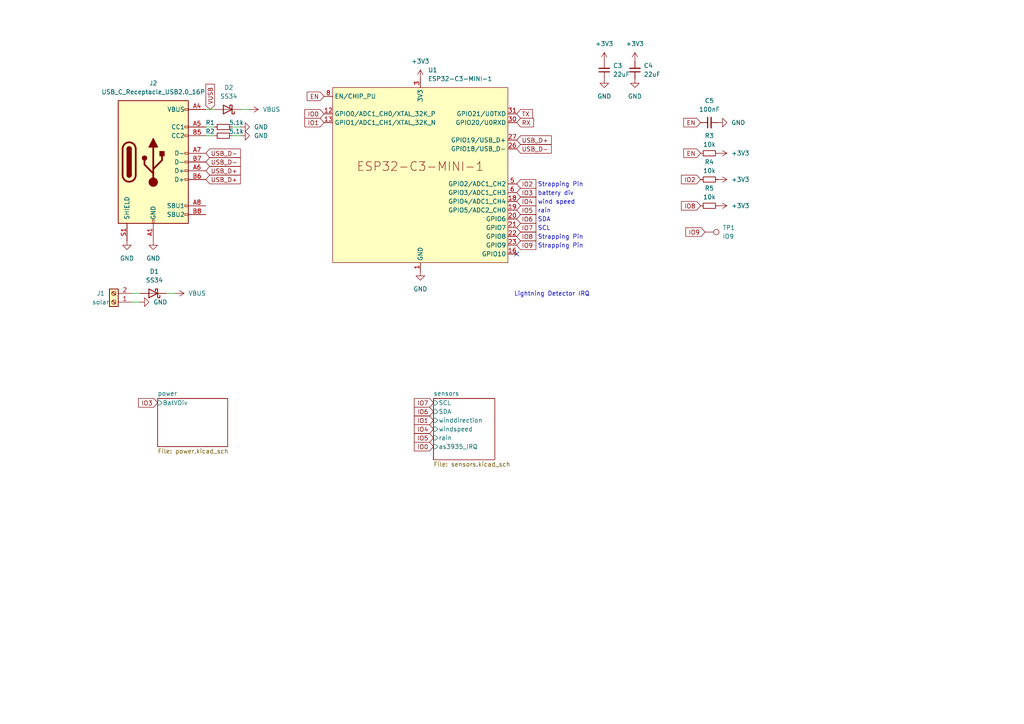
<source format=kicad_sch>
(kicad_sch (version 20231120) (generator "eeschema") (generator_version "8.0")
  (paper "A4")
  (lib_symbols
    (symbol "Connector:Screw_Terminal_01x02" (pin_names (offset 1.016) hide)
      (property "Reference" "J" (at 0 2.54 0))
      (property "Value" "Screw_Terminal_01x02" (at 0 -5.08 0))
      (symbol "Screw_Terminal_01x02_1_1"
        (rectangle (start -1.27 1.27) (end 1.27 -3.81) (stroke (width 0.254)) (fill (type background)))
        (circle (center 0 -2.54) (radius 0.635) (stroke (width 0.1524)))
        (polyline (pts (xy -0.5334 -2.2098) (xy 0.3302 -3.048)) (stroke (width 0.1524)))
        (polyline (pts (xy -0.5334 0.3302) (xy 0.3302 -0.508)) (stroke (width 0.1524)))
        (polyline (pts (xy -0.3556 -2.032) (xy 0.508 -2.8702)) (stroke (width 0.1524)))
        (polyline (pts (xy -0.3556 0.508) (xy 0.508 -0.3302)) (stroke (width 0.1524)))
        (circle (center 0 0) (radius 0.635) (stroke (width 0.1524)))
        (pin passive line (at -5.08 0 0) (length 3.81) (name "Pin_1") (number "1"))
        (pin passive line (at -5.08 -2.54 0) (length 3.81) (name "Pin_2") (number "2"))
      )
    )
    (symbol "Connector:TestPoint" (pin_numbers hide) (pin_names (offset 0.762) hide)
      (property "Reference" "TP" (at 0 6.858 0))
      (property "Value" "TestPoint" (at 0 5.08 0))
      (symbol "TestPoint_0_1"
        (circle (center 0 3.302) (radius 0.762))
      )
      (symbol "TestPoint_1_1"
        (pin passive line (at 0 0 90) (length 2.54) (name "1") (number "1"))
      )
    )
    (symbol "Connector:USB_C_Receptacle_USB2.0_16P" (pin_names (offset 1.016))
      (property "Reference" "J" (at 0 22.225 0))
      (property "Value" "USB_C_Receptacle_USB2.0_16P" (at 0 19.685 0))
      (symbol "USB_C_Receptacle_USB2.0_16P_0_0"
        (rectangle (start -0.254 -17.78) (end 0.254 -16.764))
        (rectangle (start 10.16 -14.986) (end 9.144 -15.494))
        (rectangle (start 10.16 -12.446) (end 9.144 -12.954))
        (rectangle (start 10.16 -4.826) (end 9.144 -5.334))
        (rectangle (start 10.16 -2.286) (end 9.144 -2.794))
        (rectangle (start 10.16 0.254) (end 9.144 -0.254))
        (rectangle (start 10.16 2.794) (end 9.144 2.286))
        (rectangle (start 10.16 7.874) (end 9.144 7.366))
        (rectangle (start 10.16 10.414) (end 9.144 9.906))
        (rectangle (start 10.16 15.494) (end 9.144 14.986))
      )
      (symbol "USB_C_Receptacle_USB2.0_16P_0_1"
        (rectangle (start -10.16 17.78) (end 10.16 -17.78) (stroke (width 0.254)) (fill (type background)))
        (arc (start -8.89 -3.81) (mid -6.985 -5.7067) (end -5.08 -3.81) (stroke (width 0.508)))
        (arc (start -7.62 -3.81) (mid -6.985 -4.4423) (end -6.35 -3.81) (stroke (width 0.254)))
        (arc (start -7.62 -3.81) (mid -6.985 -4.4423) (end -6.35 -3.81) (stroke (width 0.254)) (fill (type outline)))
        (rectangle (start -7.62 -3.81) (end -6.35 3.81) (stroke (width 0.254)) (fill (type outline)))
        (arc (start -6.35 3.81) (mid -6.985 4.4423) (end -7.62 3.81) (stroke (width 0.254)))
        (arc (start -6.35 3.81) (mid -6.985 4.4423) (end -7.62 3.81) (stroke (width 0.254)) (fill (type outline)))
        (arc (start -5.08 3.81) (mid -6.985 5.7067) (end -8.89 3.81) (stroke (width 0.508)))
        (circle (center -2.54 1.143) (radius 0.635) (stroke (width 0.254)) (fill (type outline)))
        (circle (center 0 -5.842) (radius 1.27) (fill (type outline)))
        (polyline (pts (xy -8.89 -3.81) (xy -8.89 3.81)) (stroke (width 0.508)))
        (polyline (pts (xy -5.08 3.81) (xy -5.08 -3.81)) (stroke (width 0.508)))
        (polyline (pts (xy 0 -5.842) (xy 0 4.318)) (stroke (width 0.508)))
        (polyline (pts (xy 0 -3.302) (xy -2.54 -0.762) (xy -2.54 0.508)) (stroke (width 0.508)))
        (polyline (pts (xy 0 -2.032) (xy 2.54 0.508) (xy 2.54 1.778)) (stroke (width 0.508)))
        (polyline (pts (xy -1.27 4.318) (xy 0 6.858) (xy 1.27 4.318) (xy -1.27 4.318)) (stroke (width 0.254)) (fill (type outline)))
        (rectangle (start 1.905 1.778) (end 3.175 3.048) (stroke (width 0.254)) (fill (type outline)))
      )
      (symbol "USB_C_Receptacle_USB2.0_16P_1_1"
        (pin passive line (at 0 -22.86 90) (length 5.08) (name "GND") (number "A1"))
        (pin passive line (at 0 -22.86 90) (length 5.08) hide (name "GND") (number "A12"))
        (pin passive line (at 15.24 15.24 180) (length 5.08) (name "VBUS") (number "A4"))
        (pin bidirectional line (at 15.24 10.16 180) (length 5.08) (name "CC1") (number "A5"))
        (pin bidirectional line (at 15.24 -2.54 180) (length 5.08) (name "D+") (number "A6"))
        (pin bidirectional line (at 15.24 2.54 180) (length 5.08) (name "D-") (number "A7"))
        (pin bidirectional line (at 15.24 -12.7 180) (length 5.08) (name "SBU1") (number "A8"))
        (pin passive line (at 15.24 15.24 180) (length 5.08) hide (name "VBUS") (number "A9"))
        (pin passive line (at 0 -22.86 90) (length 5.08) hide (name "GND") (number "B1"))
        (pin passive line (at 0 -22.86 90) (length 5.08) hide (name "GND") (number "B12"))
        (pin passive line (at 15.24 15.24 180) (length 5.08) hide (name "VBUS") (number "B4"))
        (pin bidirectional line (at 15.24 7.62 180) (length 5.08) (name "CC2") (number "B5"))
        (pin bidirectional line (at 15.24 -5.08 180) (length 5.08) (name "D+") (number "B6"))
        (pin bidirectional line (at 15.24 0 180) (length 5.08) (name "D-") (number "B7"))
        (pin bidirectional line (at 15.24 -15.24 180) (length 5.08) (name "SBU2") (number "B8"))
        (pin passive line (at 15.24 15.24 180) (length 5.08) hide (name "VBUS") (number "B9"))
        (pin passive line (at -7.62 -22.86 90) (length 5.08) (name "SHIELD") (number "S1"))
      )
    )
    (symbol "Device:C_Small" (pin_numbers hide) (pin_names (offset 0.254) hide)
      (property "Reference" "C" (at 0.254 1.778 0))
      (property "Value" "C_Small" (at 0.254 -2.032 0))
      (symbol "C_Small_0_1"
        (polyline (pts (xy -1.524 -0.508) (xy 1.524 -0.508)) (stroke (width 0.3302)))
        (polyline (pts (xy -1.524 0.508) (xy 1.524 0.508)) (stroke (width 0.3048)))
      )
      (symbol "C_Small_1_1"
        (pin passive line (at 0 2.54 270) (length 2.032) (name "~") (number "1"))
        (pin passive line (at 0 -2.54 90) (length 2.032) (name "~") (number "2"))
      )
    )
    (symbol "Device:R_Small" (pin_numbers hide) (pin_names (offset 0.254) hide)
      (property "Reference" "R" (at 0.762 0.508 0))
      (property "Value" "R_Small" (at 0.762 -1.016 0))
      (symbol "R_Small_0_1"
        (rectangle (start -0.762 1.778) (end 0.762 -1.778) (stroke (width 0.2032)))
      )
      (symbol "R_Small_1_1"
        (pin passive line (at 0 2.54 270) (length 0.762) (name "~") (number "1"))
        (pin passive line (at 0 -2.54 90) (length 0.762) (name "~") (number "2"))
      )
    )
    (symbol "Diode:SS34" (pin_numbers hide) (pin_names (offset 1.016) hide)
      (property "Reference" "D" (at 0 2.54 0))
      (property "Value" "SS34" (at 0 -2.54 0))
      (symbol "SS34_0_1"
        (polyline (pts (xy 1.27 0) (xy -1.27 0)))
        (polyline (pts (xy 1.27 1.27) (xy 1.27 -1.27) (xy -1.27 0) (xy 1.27 1.27)) (stroke (width 0.254)))
        (polyline (pts (xy -1.905 0.635) (xy -1.905 1.27) (xy -1.27 1.27) (xy -1.27 -1.27) (xy -0.635 -1.27) (xy -0.635 -0.635)) (stroke (width 0.254)))
      )
      (symbol "SS34_1_1"
        (pin passive line (at -3.81 0 0) (length 2.54) (name "K") (number "1"))
        (pin passive line (at 3.81 0 180) (length 2.54) (name "A") (number "2"))
      )
    )
    (symbol "PCM_Espressif:ESP32-C3-MINI-1"
      (property "Reference" "U" (at -25.4 30.48 0))
      (property "Value" "ESP32-C3-MINI-1" (at -25.4 27.94 0))
      (symbol "ESP32-C3-MINI-1_0_0"
        (text "ESP32-C3-MINI-1" (at 0 2.54 0) (effects (font (size 2.54 2.54))))
      )
      (symbol "ESP32-C3-MINI-1_0_1"
        (rectangle (start -25.4 25.4) (end 25.4 -25.4) (fill (type background)))
      )
      (symbol "ESP32-C3-MINI-1_1_1"
        (pin power_in line (at 0 -27.94 90) (length 2.54) (name "GND") (number "1"))
        (pin no_connect line (at -25.4 2.54 0) (length 2.54) hide (name "NC") (number "10"))
        (pin passive line (at 0 -27.94 90) (length 2.54) hide (name "GND") (number "11"))
        (pin bidirectional line (at -27.94 17.78 0) (length 2.54) (name "GPIO0/ADC1_CH0/XTAL_32K_P") (number "12"))
        (pin bidirectional line (at -27.94 15.24 0) (length 2.54) (name "GPIO1/ADC1_CH1/XTAL_32K_N") (number "13"))
        (pin passive line (at 0 -27.94 90) (length 2.54) hide (name "GND") (number "14"))
        (pin no_connect line (at -25.4 0 0) (length 2.54) hide (name "NC") (number "15"))
        (pin bidirectional line (at 27.94 -22.86 180) (length 2.54) (name "GPIO10") (number "16"))
        (pin no_connect line (at -25.4 -2.54 0) (length 2.54) hide (name "NC") (number "17"))
        (pin bidirectional line (at 27.94 -7.62 180) (length 2.54) (name "GPIO4/ADC1_CH4") (number "18"))
        (pin bidirectional line (at 27.94 -10.16 180) (length 2.54) (name "GPIO5/ADC2_CH0") (number "19"))
        (pin passive line (at 0 -27.94 90) (length 2.54) hide (name "GND") (number "2"))
        (pin bidirectional line (at 27.94 -12.7 180) (length 2.54) (name "GPIO6") (number "20"))
        (pin bidirectional line (at 27.94 -15.24 180) (length 2.54) (name "GPIO7") (number "21"))
        (pin bidirectional line (at 27.94 -17.78 180) (length 2.54) (name "GPIO8") (number "22"))
        (pin bidirectional line (at 27.94 -20.32 180) (length 2.54) (name "GPIO9") (number "23"))
        (pin no_connect line (at -25.4 -5.08 0) (length 2.54) hide (name "NC") (number "24"))
        (pin no_connect line (at -25.4 -7.62 0) (length 2.54) hide (name "NC") (number "25"))
        (pin bidirectional line (at 27.94 7.62 180) (length 2.54) (name "GPIO18/USB_D-") (number "26"))
        (pin bidirectional line (at 27.94 10.16 180) (length 2.54) (name "GPIO19/USB_D+") (number "27"))
        (pin no_connect line (at -25.4 -10.16 0) (length 2.54) hide (name "NC") (number "28"))
        (pin no_connect line (at -25.4 -12.7 0) (length 2.54) hide (name "NC") (number "29"))
        (pin power_in line (at 0 27.94 270) (length 2.54) (name "3V3") (number "3"))
        (pin bidirectional line (at 27.94 15.24 180) (length 2.54) (name "GPIO20/U0RXD") (number "30"))
        (pin bidirectional line (at 27.94 17.78 180) (length 2.54) (name "GPIO21/U0TXD") (number "31"))
        (pin no_connect line (at -25.4 -15.24 0) (length 2.54) hide (name "NC") (number "32"))
        (pin no_connect line (at -25.4 -17.78 0) (length 2.54) hide (name "NC") (number "33"))
        (pin no_connect line (at -25.4 -20.32 0) (length 2.54) hide (name "NC") (number "34"))
        (pin no_connect line (at -25.4 -22.86 0) (length 2.54) hide (name "NC") (number "35"))
        (pin passive line (at 0 -27.94 90) (length 2.54) hide (name "GND") (number "36"))
        (pin passive line (at 0 -27.94 90) (length 2.54) hide (name "GND") (number "37"))
        (pin passive line (at 0 -27.94 90) (length 2.54) hide (name "GND") (number "38"))
        (pin passive line (at 0 -27.94 90) (length 2.54) hide (name "GND") (number "39"))
        (pin no_connect line (at -25.4 10.16 0) (length 2.54) hide (name "NC") (number "4"))
        (pin passive line (at 0 -27.94 90) (length 2.54) hide (name "GND") (number "40"))
        (pin passive line (at 0 -27.94 90) (length 2.54) hide (name "GND") (number "41"))
        (pin passive line (at 0 -27.94 90) (length 2.54) hide (name "GND") (number "42"))
        (pin passive line (at 0 -27.94 90) (length 2.54) hide (name "GND") (number "43"))
        (pin passive line (at 0 -27.94 90) (length 2.54) hide (name "GND") (number "44"))
        (pin passive line (at 0 -27.94 90) (length 2.54) hide (name "GND") (number "45"))
        (pin passive line (at 0 -27.94 90) (length 2.54) hide (name "GND") (number "46"))
        (pin passive line (at 0 -27.94 90) (length 2.54) hide (name "GND") (number "47"))
        (pin passive line (at 0 -27.94 90) (length 2.54) hide (name "GND") (number "48"))
        (pin passive line (at 0 -27.94 90) (length 2.54) hide (name "GND") (number "49"))
        (pin bidirectional line (at 27.94 -2.54 180) (length 2.54) (name "GPIO2/ADC1_CH2") (number "5"))
        (pin passive line (at 0 -27.94 90) (length 2.54) hide (name "GND") (number "50"))
        (pin passive line (at 0 -27.94 90) (length 2.54) hide (name "GND") (number "51"))
        (pin passive line (at 0 -27.94 90) (length 2.54) hide (name "GND") (number "52"))
        (pin passive line (at 0 -27.94 90) (length 2.54) hide (name "GND") (number "53"))
        (pin bidirectional line (at 27.94 -5.08 180) (length 2.54) (name "GPIO3/ADC1_CH3") (number "6"))
        (pin no_connect line (at -25.4 7.62 0) (length 2.54) hide (name "NC") (number "7"))
        (pin input line (at -27.94 22.86 0) (length 2.54) (name "EN/CHIP_PU") (number "8"))
        (pin no_connect line (at -25.4 5.08 0) (length 2.54) hide (name "NC") (number "9"))
      )
    )
    (symbol "power:+3V3" (power) (pin_numbers hide) (pin_names (offset 0) hide)
      (property "Value" "+3V3" (at 0 3.556 0))
      (symbol "+3V3_0_1"
        (polyline (pts (xy -0.762 1.27) (xy 0 2.54)))
        (polyline (pts (xy 0 0) (xy 0 2.54)))
        (polyline (pts (xy 0 2.54) (xy 0.762 1.27)))
      )
      (symbol "+3V3_1_1"
        (pin power_in line (at 0 0 90) (length 0) (name "~") (number "1"))
      )
    )
    (symbol "power:GND" (power) (pin_numbers hide) (pin_names (offset 0) hide)
      (property "Value" "GND" (at 0 -3.81 0))
      (symbol "GND_0_1"
        (polyline (pts (xy 0 0) (xy 0 -1.27) (xy 1.27 -1.27) (xy 0 -2.54) (xy -1.27 -1.27) (xy 0 -1.27)))
      )
      (symbol "GND_1_1"
        (pin power_in line (at 0 0 270) (length 0) (name "~") (number "1"))
      )
    )
    (symbol "power:VBUS" (power) (pin_numbers hide) (pin_names (offset 0) hide)
      (property "Value" "VBUS" (at 0 3.556 0))
      (symbol "VBUS_0_1"
        (polyline (pts (xy -0.762 1.27) (xy 0 2.54)))
        (polyline (pts (xy 0 0) (xy 0 2.54)))
        (polyline (pts (xy 0 2.54) (xy 0.762 1.27)))
      )
      (symbol "VBUS_1_1"
        (pin power_in line (at 0 0 90) (length 0) (name "~") (number "1"))
      )
    )
  )
  (no_connect (at 149.86 73.66))
  (wire (pts (xy 69.85 39.37) (xy 67.31 39.37)))
  (wire (pts (xy 50.8 85.09) (xy 48.26 85.09)))
  (wire (pts (xy 72.39 31.75) (xy 69.85 31.75)))
  (wire (pts (xy 69.85 36.83) (xy 67.31 36.83)))
  (wire (pts (xy 62.23 36.83) (xy 59.69 36.83)))
  (wire (pts (xy 62.23 31.75) (xy 59.69 31.75)))
  (wire (pts (xy 62.23 39.37) (xy 59.69 39.37)))
  (wire (pts (xy 40.64 85.09) (xy 38.1 85.09)))
  (wire (pts (xy 40.64 87.63) (xy 38.1 87.63)))
  (text "SCL" (at 155.956 66.294 0) (effects (font (size 1.27 1.27)) (justify left)))
  (text "battery div" (at 155.956 56.134 0) (effects (font (size 1.27 1.27)) (justify left)))
  (text "wind speed" (at 155.956 58.674 0) (effects (font (size 1.27 1.27)) (justify left)))
  (text "Lightning Detector IRQ" (at 149.098 85.344 0) (effects (font (size 1.27 1.27)) (justify left)))
  (text "Strapping Pin" (at 155.956 71.374 0) (effects (font (size 1.27 1.27)) (justify left)))
  (text "rain" (at 155.956 61.214 0) (effects (font (size 1.27 1.27)) (justify left)))
  (text "Strapping Pin" (at 155.956 68.834 0) (effects (font (size 1.27 1.27)) (justify left)))
  (text "Strapping Pin" (at 155.956 53.594 0) (effects (font (size 1.27 1.27)) (justify left)))
  (text "SDA" (at 155.956 63.754 0) (effects (font (size 1.27 1.27)) (justify left)))
  (global_label "RX" (shape input) (at 149.86 35.56 0) (property "Intersheetrefs" "${INTERSHEET_REFS}" (effects (hide yes))))
  (global_label "IO8" (shape input) (at 203.2 59.69 180) (property "Intersheetrefs" "${INTERSHEET_REFS}" (effects (hide yes))))
  (global_label "IO1" (shape input) (at 125.73 121.92 180) (property "Intersheetrefs" "${INTERSHEET_REFS}" (effects (hide yes))))
  (global_label "IO5" (shape input) (at 125.73 127 180) (property "Intersheetrefs" "${INTERSHEET_REFS}" (effects (hide yes))))
  (global_label "IO7" (shape input) (at 125.73 116.84 180) (property "Intersheetrefs" "${INTERSHEET_REFS}" (effects (hide yes))))
  (global_label "IO7" (shape input) (at 149.86 66.04 0) (property "Intersheetrefs" "${INTERSHEET_REFS}" (effects (hide yes))))
  (global_label "USB_D-" (shape input) (at 149.86 43.18 0) (property "Intersheetrefs" "${INTERSHEET_REFS}" (effects (hide yes))))
  (global_label "VUSB" (shape input) (at 60.96 31.75 90) (property "Intersheetrefs" "${INTERSHEET_REFS}" (effects (hide yes))))
  (global_label "USB_D+" (shape input) (at 149.86 40.64 0) (property "Intersheetrefs" "${INTERSHEET_REFS}" (effects (hide yes))))
  (global_label "USB_D+" (shape input) (at 59.69 49.53 0) (property "Intersheetrefs" "${INTERSHEET_REFS}" (effects (hide yes))))
  (global_label "IO9" (shape input) (at 149.86 71.12 0) (property "Intersheetrefs" "${INTERSHEET_REFS}" (effects (hide yes))))
  (global_label "EN" (shape input) (at 93.98 27.94 180) (property "Intersheetrefs" "${INTERSHEET_REFS}" (effects (hide yes))))
  (global_label "EN" (shape input) (at 203.2 35.56 180) (property "Intersheetrefs" "${INTERSHEET_REFS}" (effects (hide yes))))
  (global_label "IO2" (shape input) (at 203.2 52.07 180) (property "Intersheetrefs" "${INTERSHEET_REFS}" (effects (hide yes))))
  (global_label "IO6" (shape input) (at 125.73 119.38 180) (property "Intersheetrefs" "${INTERSHEET_REFS}" (effects (hide yes))))
  (global_label "IO4" (shape input) (at 149.86 58.42 0) (property "Intersheetrefs" "${INTERSHEET_REFS}" (effects (hide yes))))
  (global_label "EN" (shape input) (at 203.2 44.45 180) (property "Intersheetrefs" "${INTERSHEET_REFS}" (effects (hide yes))))
  (global_label "USB_D-" (shape input) (at 59.69 44.45 0) (property "Intersheetrefs" "${INTERSHEET_REFS}" (effects (hide yes))))
  (global_label "IO6" (shape input) (at 149.86 63.5 0) (property "Intersheetrefs" "${INTERSHEET_REFS}" (effects (hide yes))))
  (global_label "IO2" (shape input) (at 149.86 53.34 0) (property "Intersheetrefs" "${INTERSHEET_REFS}" (effects (hide yes))))
  (global_label "IO8" (shape input) (at 149.86 68.58 0) (property "Intersheetrefs" "${INTERSHEET_REFS}" (effects (hide yes))))
  (global_label "IO0" (shape input) (at 93.98 33.02 180) (property "Intersheetrefs" "${INTERSHEET_REFS}" (effects (hide yes))))
  (global_label "USB_D+" (shape input) (at 59.69 52.07 0) (property "Intersheetrefs" "${INTERSHEET_REFS}" (effects (hide yes))))
  (global_label "IO3" (shape input) (at 149.86 55.88 0) (property "Intersheetrefs" "${INTERSHEET_REFS}" (effects (hide yes))))
  (global_label "IO3" (shape input) (at 45.72 116.84 180) (property "Intersheetrefs" "${INTERSHEET_REFS}" (effects (hide yes))))
  (global_label "IO4" (shape input) (at 125.73 124.46 180) (property "Intersheetrefs" "${INTERSHEET_REFS}" (effects (hide yes))))
  (global_label "IO0" (shape input) (at 125.73 129.54 180) (property "Intersheetrefs" "${INTERSHEET_REFS}" (effects (hide yes))))
  (global_label "IO1" (shape input) (at 93.98 35.56 180) (property "Intersheetrefs" "${INTERSHEET_REFS}" (effects (hide yes))))
  (global_label "USB_D-" (shape input) (at 59.69 46.99 0) (property "Intersheetrefs" "${INTERSHEET_REFS}" (effects (hide yes))))
  (global_label "TX" (shape input) (at 149.86 33.02 0) (property "Intersheetrefs" "${INTERSHEET_REFS}" (effects (hide yes))))
  (global_label "IO5" (shape input) (at 149.86 60.96 0) (property "Intersheetrefs" "${INTERSHEET_REFS}" (effects (hide yes))))
  (global_label "IO9" (shape input) (at 204.47 67.31 180) (property "Intersheetrefs" "${INTERSHEET_REFS}" (effects (hide yes))))
  (symbol (lib_id "Connector:TestPoint") (at 204.47 67.31 270) (unit 1)
    (property "Reference" "TP1" (at 209.55 66.0399 90) (effects (justify left)))
    (property "Value" "IO9" (at 209.55 68.5799 90) (effects (justify left)))
    (property "Footprint" "TestPoint:TestPoint_Pad_D1.0mm" (effects (hide yes)))
    (property "Description" "test point" (effects (hide yes)))
  )
  (symbol (lib_id "power:GND") (at 208.28 35.56 90) (unit 1)
    (property "Reference" "#PWR016" (effects (hide yes)))
    (property "Value" "GND" (at 212.09 35.5599 90) (effects (justify right)))
    (property "Description" "Power symbol creates a global label with name \"GND\" , ground" (effects (hide yes)))
  )
  (symbol (lib_id "Device:R_Small") (at 205.74 44.45 90) (unit 1)
    (property "Reference" "R3" (at 205.74 39.37 90))
    (property "Value" "10k" (at 205.74 41.91 90))
    (property "Footprint" "Resistor_SMD:R_0603_1608Metric" (effects (hide yes)))
    (property "Description" "Resistor, small symbol" (effects (hide yes)))
  )
  (symbol (lib_id "power:GND") (at 184.15 22.86 0) (unit 1)
    (property "Reference" "#PWR015" (effects (hide yes)))
    (property "Value" "GND" (at 184.15 27.94 0))
    (property "Description" "Power symbol creates a global label with name \"GND\" , ground" (effects (hide yes)))
  )
  (symbol (lib_id "Device:C_Small") (at 205.74 35.56 90) (unit 1)
    (property "Reference" "C5" (at 205.7463 29.21 90))
    (property "Value" "100nF" (at 205.7463 31.75 90))
    (property "Footprint" "Capacitor_SMD:C_0603_1608Metric" (effects (hide yes)))
    (property "Description" "Unpolarized capacitor, small symbol" (effects (hide yes)))
  )
  (symbol (lib_id "power:GND") (at 69.85 39.37 90) (unit 1)
    (property "Reference" "#PWR06" (effects (hide yes)))
    (property "Value" "GND" (at 73.66 39.37 90) (effects (justify right)))
  )
  (symbol (lib_id "power:+3V3") (at 208.28 59.69 270) (unit 1)
    (property "Reference" "#PWR019" (effects (hide yes)))
    (property "Value" "+3V3" (at 212.09 59.6899 90) (effects (justify left)))
    (property "Description" "Power symbol creates a global label with name \"+3V3\"" (effects (hide yes)))
  )
  (symbol (lib_id "Connector:USB_C_Receptacle_USB2.0_16P") (at 44.45 46.99 0) (unit 1)
    (property "Reference" "J2" (at 44.45 24.13 0))
    (property "Value" "USB_C_Receptacle_USB2.0_16P" (at 44.45 26.67 0))
    (property "Footprint" "Connector_USB:USB_C_Receptacle_GCT_USB4105-xx-A_16P_TopMnt_Horizontal" (effects (hide yes)))
    (property "Datasheet" "https://www.usb.org/sites/default/files/documents/usb_type-c.zip" (effects (hide yes)))
    (property "Description" "USB 2.0-only 16P Type-C Receptacle connector" (effects (hide yes)))
  )
  (symbol (lib_id "Device:R_Small") (at 205.74 52.07 90) (unit 1)
    (property "Reference" "R4" (at 205.74 46.99 90))
    (property "Value" "10k" (at 205.74 49.53 90))
    (property "Footprint" "Resistor_SMD:R_0603_1608Metric" (effects (hide yes)))
    (property "Description" "Resistor, small symbol" (effects (hide yes)))
  )
  (symbol (lib_id "Diode:SS34") (at 66.04 31.75 180) (unit 1)
    (property "Reference" "D2" (at 66.3575 25.4 0))
    (property "Value" "SS34" (at 66.3575 27.94 0))
    (property "Footprint" "Diode_SMD:D_SMA" (effects (hide yes)))
    (property "Datasheet" "https://www.vishay.com/docs/88751/ss32.pdf" (effects (hide yes)))
    (property "Description" "40V 3A Schottky Diode, SMA" (effects (hide yes)))
  )
  (symbol (lib_id "power:GND") (at 36.83 69.85 0) (unit 1)
    (property "Reference" "#PWR01" (effects (hide yes)))
    (property "Value" "GND" (at 36.83 74.93 0))
    (property "Description" "Power symbol creates a global label with name \"GND\" , ground" (effects (hide yes)))
  )
  (symbol (lib_id "Device:R_Small") (at 64.77 39.37 90) (unit 1)
    (property "Reference" "R2" (at 60.96 38.1 90))
    (property "Value" "5.1k" (at 68.58 38.1 90))
    (property "Footprint" "Resistor_SMD:R_0603_1608Metric" (effects (hide yes)))
  )
  (symbol (lib_id "Connector:Screw_Terminal_01x02") (at 33.02 87.63 180) (unit 1)
    (property "Reference" "J1" (at 29.21 85.09 0))
    (property "Value" "solar" (at 29.21 87.63 0))
    (property "Footprint" "Connector_Phoenix_MC:PhoenixContact_MC_1,5_2-G-3.5_1x02_P3.50mm_Horizontal" (effects (hide yes)))
    (property "Description" "Generic screw terminal, single row, 01x02, script generated (kicad-library-utils/schlib/autogen/connector/)" (effects (hide yes)))
  )
  (symbol (lib_id "Device:R_Small") (at 64.77 36.83 90) (unit 1)
    (property "Reference" "R1" (at 60.96 35.56 90))
    (property "Value" "5.1k" (at 68.58 35.56 90))
    (property "Footprint" "Resistor_SMD:R_0603_1608Metric" (effects (hide yes)))
  )
  (symbol (lib_id "power:+3V3") (at 208.28 44.45 270) (unit 1)
    (property "Reference" "#PWR017" (effects (hide yes)))
    (property "Value" "+3V3" (at 212.09 44.4499 90) (effects (justify left)))
    (property "Description" "Power symbol creates a global label with name \"+3V3\"" (effects (hide yes)))
  )
  (symbol (lib_id "Device:C_Small") (at 175.26 20.32 180) (unit 1)
    (property "Reference" "C3" (at 177.8 19.0435 0) (effects (justify right)))
    (property "Value" "22uF" (at 177.8 21.5835 0) (effects (justify right)))
    (property "Footprint" "Capacitor_SMD:C_0603_1608Metric" (effects (hide yes)))
    (property "Description" "Unpolarized capacitor, small symbol" (effects (hide yes)))
  )
  (symbol (lib_id "power:+3V3") (at 121.92 22.86 0) (unit 1)
    (property "Reference" "#PWR010" (effects (hide yes)))
    (property "Value" "+3V3" (at 121.92 17.78 0))
    (property "Description" "Power symbol creates a global label with name \"+3V3\"" (effects (hide yes)))
  )
  (symbol (lib_id "power:+3V3") (at 184.15 17.78 0) (unit 1)
    (property "Reference" "#PWR014" (effects (hide yes)))
    (property "Value" "+3V3" (at 184.15 12.7 0))
    (property "Description" "Power symbol creates a global label with name \"+3V3\"" (effects (hide yes)))
  )
  (symbol (lib_id "Device:C_Small") (at 184.15 20.32 180) (unit 1)
    (property "Reference" "C4" (at 186.69 19.0435 0) (effects (justify right)))
    (property "Value" "22uF" (at 186.69 21.5835 0) (effects (justify right)))
    (property "Footprint" "Capacitor_SMD:C_0603_1608Metric" (effects (hide yes)))
    (property "Description" "Unpolarized capacitor, small symbol" (effects (hide yes)))
  )
  (symbol (lib_id "Diode:SS34") (at 44.45 85.09 180) (unit 1)
    (property "Reference" "D1" (at 44.7675 78.74 0))
    (property "Value" "SS34" (at 44.7675 81.28 0))
    (property "Footprint" "Diode_SMD:D_SMA" (effects (hide yes)))
    (property "Datasheet" "https://www.vishay.com/docs/88751/ss32.pdf" (effects (hide yes)))
    (property "Description" "40V 3A Schottky Diode, SMA" (effects (hide yes)))
  )
  (symbol (lib_id "power:GND") (at 40.64 87.63 90) (unit 1)
    (property "Reference" "#PWR02" (effects (hide yes)))
    (property "Value" "GND" (at 44.45 87.6299 90) (effects (justify right)))
    (property "Description" "Power symbol creates a global label with name \"GND\" , ground" (effects (hide yes)))
  )
  (symbol (lib_id "power:+3V3") (at 175.26 17.78 0) (unit 1)
    (property "Reference" "#PWR012" (effects (hide yes)))
    (property "Value" "+3V3" (at 175.26 12.7 0))
    (property "Description" "Power symbol creates a global label with name \"+3V3\"" (effects (hide yes)))
  )
  (symbol (lib_id "power:GND") (at 175.26 22.86 0) (unit 1)
    (property "Reference" "#PWR013" (effects (hide yes)))
    (property "Value" "GND" (at 175.26 27.94 0))
    (property "Description" "Power symbol creates a global label with name \"GND\" , ground" (effects (hide yes)))
  )
  (symbol (lib_id "power:+3V3") (at 208.28 52.07 270) (unit 1)
    (property "Reference" "#PWR018" (effects (hide yes)))
    (property "Value" "+3V3" (at 212.09 52.0699 90) (effects (justify left)))
    (property "Description" "Power symbol creates a global label with name \"+3V3\"" (effects (hide yes)))
  )
  (symbol (lib_id "power:GND") (at 44.45 69.85 0) (unit 1)
    (property "Reference" "#PWR03" (effects (hide yes)))
    (property "Value" "GND" (at 44.45 74.93 0))
    (property "Description" "Power symbol creates a global label with name \"GND\" , ground" (effects (hide yes)))
  )
  (symbol (lib_id "power:VBUS") (at 72.39 31.75 270) (unit 1)
    (property "Reference" "#PWR08" (effects (hide yes)))
    (property "Value" "VBUS" (at 76.2 31.7499 90) (effects (justify left)))
    (property "Description" "Power symbol creates a global label with name \"VBUS\"" (effects (hide yes)))
  )
  (symbol (lib_id "power:GND") (at 69.85 36.83 90) (unit 1)
    (property "Reference" "#PWR05" (effects (hide yes)))
    (property "Value" "GND" (at 73.66 36.83 90) (effects (justify right)))
  )
  (symbol (lib_id "power:VBUS") (at 50.8 85.09 270) (unit 1)
    (property "Reference" "#PWR04" (effects (hide yes)))
    (property "Value" "VBUS" (at 54.61 85.0899 90) (effects (justify left)))
    (property "Description" "Power symbol creates a global label with name \"VBUS\"" (effects (hide yes)))
  )
  (symbol (lib_id "Device:R_Small") (at 205.74 59.69 90) (unit 1)
    (property "Reference" "R5" (at 205.74 54.61 90))
    (property "Value" "10k" (at 205.74 57.15 90))
    (property "Footprint" "Resistor_SMD:R_0603_1608Metric" (effects (hide yes)))
    (property "Description" "Resistor, small symbol" (effects (hide yes)))
  )
  (symbol (lib_id "power:GND") (at 121.92 78.74 0) (unit 1)
    (property "Reference" "#PWR011" (effects (hide yes)))
    (property "Value" "GND" (at 121.92 83.82 0))
    (property "Description" "Power symbol creates a global label with name \"GND\" , ground" (effects (hide yes)))
  )
  (symbol (lib_id "PCM_Espressif:ESP32-C3-MINI-1") (at 121.92 50.8 0) (unit 1)
    (property "Reference" "U1" (at 124.1141 20.32 0) (effects (justify left)))
    (property "Value" "ESP32-C3-MINI-1" (at 124.1141 22.86 0) (effects (justify left)))
    (property "Footprint" "PCM_Espressif:ESP32-C3-MINI-1" (effects (hide yes)))
    (property "Datasheet" "https://www.espressif.com/sites/default/files/documentation/esp32-c3-mini-1_datasheet_en.pdf" (effects (hide yes)))
    (property "Description" "ESP32-C3-MINI-1 family is an ultra-low-power MCU-based SoC solution that supports 2.4 GHz Wi-Fi and Bluetooth®Low Energy (Bluetooth LE)." (effects (hide yes)))
  )
  (sheet (at 45.72 115.57) (size 20.32 13.97) (stroke (width 0.1524))
    (property "Sheetname" "power" (at 45.72 114.8584 0) (effects (justify left bottom)))
    (property "Sheetfile" "power.kicad_sch" (at 45.72 130.1246 0) (effects (justify left top)))
    (pin "BatVDiv" input (at 45.72 116.84 180))
  )
  (sheet (at 125.73 115.57) (size 17.78 17.78) (stroke (width 0.1524))
    (property "Sheetname" "sensors" (at 125.73 114.8584 0) (effects (justify left bottom)))
    (property "Sheetfile" "sensors.kicad_sch" (at 125.73 133.9346 0) (effects (justify left top)))
    (pin "winddirection" input (at 125.73 121.92 180))
    (pin "rain" input (at 125.73 127 180))
    (pin "windspeed" input (at 125.73 124.46 180))
    (pin "as3935_IRQ" input (at 125.73 129.54 180))
    (pin "SCL" input (at 125.73 116.84 180))
    (pin "SDA" input (at 125.73 119.38 180))
  )
)
</source>
